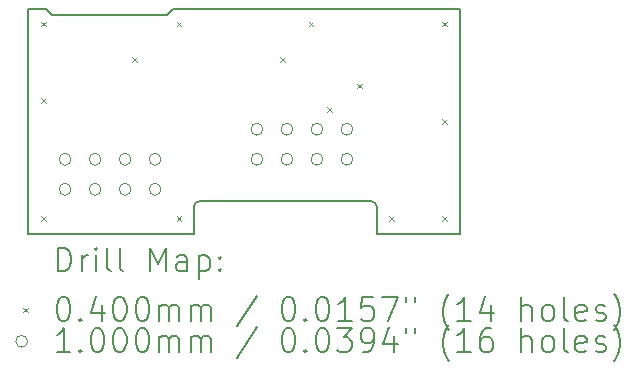
<source format=gbr>
%FSLAX45Y45*%
G04 Gerber Fmt 4.5, Leading zero omitted, Abs format (unit mm)*
G04 Created by KiCad (PCBNEW (6.0.1)) date 2024-03-07 18:12:03*
%MOMM*%
%LPD*%
G01*
G04 APERTURE LIST*
%TA.AperFunction,Profile*%
%ADD10C,0.150000*%
%TD*%
%ADD11C,0.200000*%
%ADD12C,0.040000*%
%ADD13C,0.100000*%
G04 APERTURE END LIST*
D10*
X8806429Y-12000000D02*
X7406429Y-12000000D01*
X10356429Y-11775000D02*
X10356429Y-12000000D01*
X11056429Y-10100000D02*
X11056429Y-12000000D01*
X8856429Y-11725000D02*
G75*
G03*
X8806429Y-11775000I0J-50000D01*
G01*
X10356429Y-11775000D02*
G75*
G03*
X10306429Y-11725000I-50000J0D01*
G01*
X7556429Y-10100000D02*
X7606429Y-10150000D01*
X7606429Y-10150000D02*
X8581429Y-10150000D01*
X7406429Y-12000000D02*
X7406429Y-10100000D01*
X10356429Y-12000000D02*
X11056429Y-12000000D01*
X8631429Y-10100000D02*
X11056429Y-10100000D01*
X10306429Y-11725000D02*
X8856429Y-11725000D01*
X8581429Y-10150000D02*
X8631429Y-10100000D01*
X7406429Y-10100000D02*
X7556429Y-10100000D01*
X8806429Y-11775000D02*
X8806429Y-12000000D01*
D11*
D12*
X7511429Y-10205000D02*
X7551429Y-10245000D01*
X7551429Y-10205000D02*
X7511429Y-10245000D01*
X7511429Y-10855000D02*
X7551429Y-10895000D01*
X7551429Y-10855000D02*
X7511429Y-10895000D01*
X7511429Y-11855000D02*
X7551429Y-11895000D01*
X7551429Y-11855000D02*
X7511429Y-11895000D01*
X8286429Y-10505000D02*
X8326429Y-10545000D01*
X8326429Y-10505000D02*
X8286429Y-10545000D01*
X8661429Y-10205000D02*
X8701429Y-10245000D01*
X8701429Y-10205000D02*
X8661429Y-10245000D01*
X8661429Y-11855000D02*
X8701429Y-11895000D01*
X8701429Y-11855000D02*
X8661429Y-11895000D01*
X9536429Y-10505000D02*
X9576429Y-10545000D01*
X9576429Y-10505000D02*
X9536429Y-10545000D01*
X9778829Y-10205000D02*
X9818829Y-10245000D01*
X9818829Y-10205000D02*
X9778829Y-10245000D01*
X9936429Y-10930000D02*
X9976429Y-10970000D01*
X9976429Y-10930000D02*
X9936429Y-10970000D01*
X10186429Y-10730000D02*
X10226429Y-10770000D01*
X10226429Y-10730000D02*
X10186429Y-10770000D01*
X10461429Y-11855000D02*
X10501429Y-11895000D01*
X10501429Y-11855000D02*
X10461429Y-11895000D01*
X10911429Y-10205000D02*
X10951429Y-10245000D01*
X10951429Y-10205000D02*
X10911429Y-10245000D01*
X10911429Y-11030000D02*
X10951429Y-11070000D01*
X10951429Y-11030000D02*
X10911429Y-11070000D01*
X10911429Y-11855000D02*
X10951429Y-11895000D01*
X10951429Y-11855000D02*
X10911429Y-11895000D01*
D13*
X7766029Y-11371000D02*
G75*
G03*
X7766029Y-11371000I-50000J0D01*
G01*
X7766029Y-11625000D02*
G75*
G03*
X7766029Y-11625000I-50000J0D01*
G01*
X8020029Y-11371000D02*
G75*
G03*
X8020029Y-11371000I-50000J0D01*
G01*
X8020029Y-11625000D02*
G75*
G03*
X8020029Y-11625000I-50000J0D01*
G01*
X8274029Y-11371000D02*
G75*
G03*
X8274029Y-11371000I-50000J0D01*
G01*
X8274029Y-11625000D02*
G75*
G03*
X8274029Y-11625000I-50000J0D01*
G01*
X8528029Y-11371000D02*
G75*
G03*
X8528029Y-11371000I-50000J0D01*
G01*
X8528029Y-11625000D02*
G75*
G03*
X8528029Y-11625000I-50000J0D01*
G01*
X9390629Y-11116500D02*
G75*
G03*
X9390629Y-11116500I-50000J0D01*
G01*
X9390629Y-11370500D02*
G75*
G03*
X9390629Y-11370500I-50000J0D01*
G01*
X9644629Y-11116500D02*
G75*
G03*
X9644629Y-11116500I-50000J0D01*
G01*
X9644629Y-11370500D02*
G75*
G03*
X9644629Y-11370500I-50000J0D01*
G01*
X9898629Y-11116500D02*
G75*
G03*
X9898629Y-11116500I-50000J0D01*
G01*
X9898629Y-11370500D02*
G75*
G03*
X9898629Y-11370500I-50000J0D01*
G01*
X10152629Y-11116500D02*
G75*
G03*
X10152629Y-11116500I-50000J0D01*
G01*
X10152629Y-11370500D02*
G75*
G03*
X10152629Y-11370500I-50000J0D01*
G01*
D11*
X7656548Y-12317976D02*
X7656548Y-12117976D01*
X7704167Y-12117976D01*
X7732738Y-12127500D01*
X7751786Y-12146548D01*
X7761309Y-12165595D01*
X7770833Y-12203690D01*
X7770833Y-12232262D01*
X7761309Y-12270357D01*
X7751786Y-12289405D01*
X7732738Y-12308452D01*
X7704167Y-12317976D01*
X7656548Y-12317976D01*
X7856548Y-12317976D02*
X7856548Y-12184643D01*
X7856548Y-12222738D02*
X7866071Y-12203690D01*
X7875595Y-12194167D01*
X7894643Y-12184643D01*
X7913690Y-12184643D01*
X7980357Y-12317976D02*
X7980357Y-12184643D01*
X7980357Y-12117976D02*
X7970833Y-12127500D01*
X7980357Y-12137024D01*
X7989881Y-12127500D01*
X7980357Y-12117976D01*
X7980357Y-12137024D01*
X8104167Y-12317976D02*
X8085119Y-12308452D01*
X8075595Y-12289405D01*
X8075595Y-12117976D01*
X8208929Y-12317976D02*
X8189881Y-12308452D01*
X8180357Y-12289405D01*
X8180357Y-12117976D01*
X8437500Y-12317976D02*
X8437500Y-12117976D01*
X8504167Y-12260833D01*
X8570833Y-12117976D01*
X8570833Y-12317976D01*
X8751786Y-12317976D02*
X8751786Y-12213214D01*
X8742262Y-12194167D01*
X8723214Y-12184643D01*
X8685119Y-12184643D01*
X8666071Y-12194167D01*
X8751786Y-12308452D02*
X8732738Y-12317976D01*
X8685119Y-12317976D01*
X8666071Y-12308452D01*
X8656548Y-12289405D01*
X8656548Y-12270357D01*
X8666071Y-12251309D01*
X8685119Y-12241786D01*
X8732738Y-12241786D01*
X8751786Y-12232262D01*
X8847024Y-12184643D02*
X8847024Y-12384643D01*
X8847024Y-12194167D02*
X8866071Y-12184643D01*
X8904167Y-12184643D01*
X8923214Y-12194167D01*
X8932738Y-12203690D01*
X8942262Y-12222738D01*
X8942262Y-12279881D01*
X8932738Y-12298928D01*
X8923214Y-12308452D01*
X8904167Y-12317976D01*
X8866071Y-12317976D01*
X8847024Y-12308452D01*
X9027976Y-12298928D02*
X9037500Y-12308452D01*
X9027976Y-12317976D01*
X9018452Y-12308452D01*
X9027976Y-12298928D01*
X9027976Y-12317976D01*
X9027976Y-12194167D02*
X9037500Y-12203690D01*
X9027976Y-12213214D01*
X9018452Y-12203690D01*
X9027976Y-12194167D01*
X9027976Y-12213214D01*
D12*
X7358929Y-12627500D02*
X7398929Y-12667500D01*
X7398929Y-12627500D02*
X7358929Y-12667500D01*
D11*
X7694643Y-12537976D02*
X7713690Y-12537976D01*
X7732738Y-12547500D01*
X7742262Y-12557024D01*
X7751786Y-12576071D01*
X7761309Y-12614167D01*
X7761309Y-12661786D01*
X7751786Y-12699881D01*
X7742262Y-12718928D01*
X7732738Y-12728452D01*
X7713690Y-12737976D01*
X7694643Y-12737976D01*
X7675595Y-12728452D01*
X7666071Y-12718928D01*
X7656548Y-12699881D01*
X7647024Y-12661786D01*
X7647024Y-12614167D01*
X7656548Y-12576071D01*
X7666071Y-12557024D01*
X7675595Y-12547500D01*
X7694643Y-12537976D01*
X7847024Y-12718928D02*
X7856548Y-12728452D01*
X7847024Y-12737976D01*
X7837500Y-12728452D01*
X7847024Y-12718928D01*
X7847024Y-12737976D01*
X8027976Y-12604643D02*
X8027976Y-12737976D01*
X7980357Y-12528452D02*
X7932738Y-12671309D01*
X8056548Y-12671309D01*
X8170833Y-12537976D02*
X8189881Y-12537976D01*
X8208929Y-12547500D01*
X8218452Y-12557024D01*
X8227976Y-12576071D01*
X8237500Y-12614167D01*
X8237500Y-12661786D01*
X8227976Y-12699881D01*
X8218452Y-12718928D01*
X8208929Y-12728452D01*
X8189881Y-12737976D01*
X8170833Y-12737976D01*
X8151786Y-12728452D01*
X8142262Y-12718928D01*
X8132738Y-12699881D01*
X8123214Y-12661786D01*
X8123214Y-12614167D01*
X8132738Y-12576071D01*
X8142262Y-12557024D01*
X8151786Y-12547500D01*
X8170833Y-12537976D01*
X8361309Y-12537976D02*
X8380357Y-12537976D01*
X8399405Y-12547500D01*
X8408929Y-12557024D01*
X8418452Y-12576071D01*
X8427976Y-12614167D01*
X8427976Y-12661786D01*
X8418452Y-12699881D01*
X8408929Y-12718928D01*
X8399405Y-12728452D01*
X8380357Y-12737976D01*
X8361309Y-12737976D01*
X8342262Y-12728452D01*
X8332738Y-12718928D01*
X8323214Y-12699881D01*
X8313690Y-12661786D01*
X8313690Y-12614167D01*
X8323214Y-12576071D01*
X8332738Y-12557024D01*
X8342262Y-12547500D01*
X8361309Y-12537976D01*
X8513691Y-12737976D02*
X8513691Y-12604643D01*
X8513691Y-12623690D02*
X8523214Y-12614167D01*
X8542262Y-12604643D01*
X8570833Y-12604643D01*
X8589881Y-12614167D01*
X8599405Y-12633214D01*
X8599405Y-12737976D01*
X8599405Y-12633214D02*
X8608929Y-12614167D01*
X8627976Y-12604643D01*
X8656548Y-12604643D01*
X8675595Y-12614167D01*
X8685119Y-12633214D01*
X8685119Y-12737976D01*
X8780357Y-12737976D02*
X8780357Y-12604643D01*
X8780357Y-12623690D02*
X8789881Y-12614167D01*
X8808929Y-12604643D01*
X8837500Y-12604643D01*
X8856548Y-12614167D01*
X8866071Y-12633214D01*
X8866071Y-12737976D01*
X8866071Y-12633214D02*
X8875595Y-12614167D01*
X8894643Y-12604643D01*
X8923214Y-12604643D01*
X8942262Y-12614167D01*
X8951786Y-12633214D01*
X8951786Y-12737976D01*
X9342262Y-12528452D02*
X9170833Y-12785595D01*
X9599405Y-12537976D02*
X9618452Y-12537976D01*
X9637500Y-12547500D01*
X9647024Y-12557024D01*
X9656548Y-12576071D01*
X9666071Y-12614167D01*
X9666071Y-12661786D01*
X9656548Y-12699881D01*
X9647024Y-12718928D01*
X9637500Y-12728452D01*
X9618452Y-12737976D01*
X9599405Y-12737976D01*
X9580357Y-12728452D01*
X9570833Y-12718928D01*
X9561310Y-12699881D01*
X9551786Y-12661786D01*
X9551786Y-12614167D01*
X9561310Y-12576071D01*
X9570833Y-12557024D01*
X9580357Y-12547500D01*
X9599405Y-12537976D01*
X9751786Y-12718928D02*
X9761310Y-12728452D01*
X9751786Y-12737976D01*
X9742262Y-12728452D01*
X9751786Y-12718928D01*
X9751786Y-12737976D01*
X9885119Y-12537976D02*
X9904167Y-12537976D01*
X9923214Y-12547500D01*
X9932738Y-12557024D01*
X9942262Y-12576071D01*
X9951786Y-12614167D01*
X9951786Y-12661786D01*
X9942262Y-12699881D01*
X9932738Y-12718928D01*
X9923214Y-12728452D01*
X9904167Y-12737976D01*
X9885119Y-12737976D01*
X9866071Y-12728452D01*
X9856548Y-12718928D01*
X9847024Y-12699881D01*
X9837500Y-12661786D01*
X9837500Y-12614167D01*
X9847024Y-12576071D01*
X9856548Y-12557024D01*
X9866071Y-12547500D01*
X9885119Y-12537976D01*
X10142262Y-12737976D02*
X10027976Y-12737976D01*
X10085119Y-12737976D02*
X10085119Y-12537976D01*
X10066071Y-12566548D01*
X10047024Y-12585595D01*
X10027976Y-12595119D01*
X10323214Y-12537976D02*
X10227976Y-12537976D01*
X10218452Y-12633214D01*
X10227976Y-12623690D01*
X10247024Y-12614167D01*
X10294643Y-12614167D01*
X10313691Y-12623690D01*
X10323214Y-12633214D01*
X10332738Y-12652262D01*
X10332738Y-12699881D01*
X10323214Y-12718928D01*
X10313691Y-12728452D01*
X10294643Y-12737976D01*
X10247024Y-12737976D01*
X10227976Y-12728452D01*
X10218452Y-12718928D01*
X10399405Y-12537976D02*
X10532738Y-12537976D01*
X10447024Y-12737976D01*
X10599405Y-12537976D02*
X10599405Y-12576071D01*
X10675595Y-12537976D02*
X10675595Y-12576071D01*
X10970833Y-12814167D02*
X10961310Y-12804643D01*
X10942262Y-12776071D01*
X10932738Y-12757024D01*
X10923214Y-12728452D01*
X10913691Y-12680833D01*
X10913691Y-12642738D01*
X10923214Y-12595119D01*
X10932738Y-12566548D01*
X10942262Y-12547500D01*
X10961310Y-12518928D01*
X10970833Y-12509405D01*
X11151786Y-12737976D02*
X11037500Y-12737976D01*
X11094643Y-12737976D02*
X11094643Y-12537976D01*
X11075595Y-12566548D01*
X11056548Y-12585595D01*
X11037500Y-12595119D01*
X11323214Y-12604643D02*
X11323214Y-12737976D01*
X11275595Y-12528452D02*
X11227976Y-12671309D01*
X11351786Y-12671309D01*
X11580357Y-12737976D02*
X11580357Y-12537976D01*
X11666071Y-12737976D02*
X11666071Y-12633214D01*
X11656548Y-12614167D01*
X11637500Y-12604643D01*
X11608928Y-12604643D01*
X11589881Y-12614167D01*
X11580357Y-12623690D01*
X11789881Y-12737976D02*
X11770833Y-12728452D01*
X11761309Y-12718928D01*
X11751786Y-12699881D01*
X11751786Y-12642738D01*
X11761309Y-12623690D01*
X11770833Y-12614167D01*
X11789881Y-12604643D01*
X11818452Y-12604643D01*
X11837500Y-12614167D01*
X11847024Y-12623690D01*
X11856548Y-12642738D01*
X11856548Y-12699881D01*
X11847024Y-12718928D01*
X11837500Y-12728452D01*
X11818452Y-12737976D01*
X11789881Y-12737976D01*
X11970833Y-12737976D02*
X11951786Y-12728452D01*
X11942262Y-12709405D01*
X11942262Y-12537976D01*
X12123214Y-12728452D02*
X12104167Y-12737976D01*
X12066071Y-12737976D01*
X12047024Y-12728452D01*
X12037500Y-12709405D01*
X12037500Y-12633214D01*
X12047024Y-12614167D01*
X12066071Y-12604643D01*
X12104167Y-12604643D01*
X12123214Y-12614167D01*
X12132738Y-12633214D01*
X12132738Y-12652262D01*
X12037500Y-12671309D01*
X12208928Y-12728452D02*
X12227976Y-12737976D01*
X12266071Y-12737976D01*
X12285119Y-12728452D01*
X12294643Y-12709405D01*
X12294643Y-12699881D01*
X12285119Y-12680833D01*
X12266071Y-12671309D01*
X12237500Y-12671309D01*
X12218452Y-12661786D01*
X12208928Y-12642738D01*
X12208928Y-12633214D01*
X12218452Y-12614167D01*
X12237500Y-12604643D01*
X12266071Y-12604643D01*
X12285119Y-12614167D01*
X12361309Y-12814167D02*
X12370833Y-12804643D01*
X12389881Y-12776071D01*
X12399405Y-12757024D01*
X12408928Y-12728452D01*
X12418452Y-12680833D01*
X12418452Y-12642738D01*
X12408928Y-12595119D01*
X12399405Y-12566548D01*
X12389881Y-12547500D01*
X12370833Y-12518928D01*
X12361309Y-12509405D01*
D13*
X7398929Y-12911500D02*
G75*
G03*
X7398929Y-12911500I-50000J0D01*
G01*
D11*
X7761309Y-13001976D02*
X7647024Y-13001976D01*
X7704167Y-13001976D02*
X7704167Y-12801976D01*
X7685119Y-12830548D01*
X7666071Y-12849595D01*
X7647024Y-12859119D01*
X7847024Y-12982928D02*
X7856548Y-12992452D01*
X7847024Y-13001976D01*
X7837500Y-12992452D01*
X7847024Y-12982928D01*
X7847024Y-13001976D01*
X7980357Y-12801976D02*
X7999405Y-12801976D01*
X8018452Y-12811500D01*
X8027976Y-12821024D01*
X8037500Y-12840071D01*
X8047024Y-12878167D01*
X8047024Y-12925786D01*
X8037500Y-12963881D01*
X8027976Y-12982928D01*
X8018452Y-12992452D01*
X7999405Y-13001976D01*
X7980357Y-13001976D01*
X7961309Y-12992452D01*
X7951786Y-12982928D01*
X7942262Y-12963881D01*
X7932738Y-12925786D01*
X7932738Y-12878167D01*
X7942262Y-12840071D01*
X7951786Y-12821024D01*
X7961309Y-12811500D01*
X7980357Y-12801976D01*
X8170833Y-12801976D02*
X8189881Y-12801976D01*
X8208929Y-12811500D01*
X8218452Y-12821024D01*
X8227976Y-12840071D01*
X8237500Y-12878167D01*
X8237500Y-12925786D01*
X8227976Y-12963881D01*
X8218452Y-12982928D01*
X8208929Y-12992452D01*
X8189881Y-13001976D01*
X8170833Y-13001976D01*
X8151786Y-12992452D01*
X8142262Y-12982928D01*
X8132738Y-12963881D01*
X8123214Y-12925786D01*
X8123214Y-12878167D01*
X8132738Y-12840071D01*
X8142262Y-12821024D01*
X8151786Y-12811500D01*
X8170833Y-12801976D01*
X8361309Y-12801976D02*
X8380357Y-12801976D01*
X8399405Y-12811500D01*
X8408929Y-12821024D01*
X8418452Y-12840071D01*
X8427976Y-12878167D01*
X8427976Y-12925786D01*
X8418452Y-12963881D01*
X8408929Y-12982928D01*
X8399405Y-12992452D01*
X8380357Y-13001976D01*
X8361309Y-13001976D01*
X8342262Y-12992452D01*
X8332738Y-12982928D01*
X8323214Y-12963881D01*
X8313690Y-12925786D01*
X8313690Y-12878167D01*
X8323214Y-12840071D01*
X8332738Y-12821024D01*
X8342262Y-12811500D01*
X8361309Y-12801976D01*
X8513691Y-13001976D02*
X8513691Y-12868643D01*
X8513691Y-12887690D02*
X8523214Y-12878167D01*
X8542262Y-12868643D01*
X8570833Y-12868643D01*
X8589881Y-12878167D01*
X8599405Y-12897214D01*
X8599405Y-13001976D01*
X8599405Y-12897214D02*
X8608929Y-12878167D01*
X8627976Y-12868643D01*
X8656548Y-12868643D01*
X8675595Y-12878167D01*
X8685119Y-12897214D01*
X8685119Y-13001976D01*
X8780357Y-13001976D02*
X8780357Y-12868643D01*
X8780357Y-12887690D02*
X8789881Y-12878167D01*
X8808929Y-12868643D01*
X8837500Y-12868643D01*
X8856548Y-12878167D01*
X8866071Y-12897214D01*
X8866071Y-13001976D01*
X8866071Y-12897214D02*
X8875595Y-12878167D01*
X8894643Y-12868643D01*
X8923214Y-12868643D01*
X8942262Y-12878167D01*
X8951786Y-12897214D01*
X8951786Y-13001976D01*
X9342262Y-12792452D02*
X9170833Y-13049595D01*
X9599405Y-12801976D02*
X9618452Y-12801976D01*
X9637500Y-12811500D01*
X9647024Y-12821024D01*
X9656548Y-12840071D01*
X9666071Y-12878167D01*
X9666071Y-12925786D01*
X9656548Y-12963881D01*
X9647024Y-12982928D01*
X9637500Y-12992452D01*
X9618452Y-13001976D01*
X9599405Y-13001976D01*
X9580357Y-12992452D01*
X9570833Y-12982928D01*
X9561310Y-12963881D01*
X9551786Y-12925786D01*
X9551786Y-12878167D01*
X9561310Y-12840071D01*
X9570833Y-12821024D01*
X9580357Y-12811500D01*
X9599405Y-12801976D01*
X9751786Y-12982928D02*
X9761310Y-12992452D01*
X9751786Y-13001976D01*
X9742262Y-12992452D01*
X9751786Y-12982928D01*
X9751786Y-13001976D01*
X9885119Y-12801976D02*
X9904167Y-12801976D01*
X9923214Y-12811500D01*
X9932738Y-12821024D01*
X9942262Y-12840071D01*
X9951786Y-12878167D01*
X9951786Y-12925786D01*
X9942262Y-12963881D01*
X9932738Y-12982928D01*
X9923214Y-12992452D01*
X9904167Y-13001976D01*
X9885119Y-13001976D01*
X9866071Y-12992452D01*
X9856548Y-12982928D01*
X9847024Y-12963881D01*
X9837500Y-12925786D01*
X9837500Y-12878167D01*
X9847024Y-12840071D01*
X9856548Y-12821024D01*
X9866071Y-12811500D01*
X9885119Y-12801976D01*
X10018452Y-12801976D02*
X10142262Y-12801976D01*
X10075595Y-12878167D01*
X10104167Y-12878167D01*
X10123214Y-12887690D01*
X10132738Y-12897214D01*
X10142262Y-12916262D01*
X10142262Y-12963881D01*
X10132738Y-12982928D01*
X10123214Y-12992452D01*
X10104167Y-13001976D01*
X10047024Y-13001976D01*
X10027976Y-12992452D01*
X10018452Y-12982928D01*
X10237500Y-13001976D02*
X10275595Y-13001976D01*
X10294643Y-12992452D01*
X10304167Y-12982928D01*
X10323214Y-12954357D01*
X10332738Y-12916262D01*
X10332738Y-12840071D01*
X10323214Y-12821024D01*
X10313691Y-12811500D01*
X10294643Y-12801976D01*
X10256548Y-12801976D01*
X10237500Y-12811500D01*
X10227976Y-12821024D01*
X10218452Y-12840071D01*
X10218452Y-12887690D01*
X10227976Y-12906738D01*
X10237500Y-12916262D01*
X10256548Y-12925786D01*
X10294643Y-12925786D01*
X10313691Y-12916262D01*
X10323214Y-12906738D01*
X10332738Y-12887690D01*
X10504167Y-12868643D02*
X10504167Y-13001976D01*
X10456548Y-12792452D02*
X10408929Y-12935309D01*
X10532738Y-12935309D01*
X10599405Y-12801976D02*
X10599405Y-12840071D01*
X10675595Y-12801976D02*
X10675595Y-12840071D01*
X10970833Y-13078167D02*
X10961310Y-13068643D01*
X10942262Y-13040071D01*
X10932738Y-13021024D01*
X10923214Y-12992452D01*
X10913691Y-12944833D01*
X10913691Y-12906738D01*
X10923214Y-12859119D01*
X10932738Y-12830548D01*
X10942262Y-12811500D01*
X10961310Y-12782928D01*
X10970833Y-12773405D01*
X11151786Y-13001976D02*
X11037500Y-13001976D01*
X11094643Y-13001976D02*
X11094643Y-12801976D01*
X11075595Y-12830548D01*
X11056548Y-12849595D01*
X11037500Y-12859119D01*
X11323214Y-12801976D02*
X11285119Y-12801976D01*
X11266071Y-12811500D01*
X11256548Y-12821024D01*
X11237500Y-12849595D01*
X11227976Y-12887690D01*
X11227976Y-12963881D01*
X11237500Y-12982928D01*
X11247024Y-12992452D01*
X11266071Y-13001976D01*
X11304167Y-13001976D01*
X11323214Y-12992452D01*
X11332738Y-12982928D01*
X11342262Y-12963881D01*
X11342262Y-12916262D01*
X11332738Y-12897214D01*
X11323214Y-12887690D01*
X11304167Y-12878167D01*
X11266071Y-12878167D01*
X11247024Y-12887690D01*
X11237500Y-12897214D01*
X11227976Y-12916262D01*
X11580357Y-13001976D02*
X11580357Y-12801976D01*
X11666071Y-13001976D02*
X11666071Y-12897214D01*
X11656548Y-12878167D01*
X11637500Y-12868643D01*
X11608928Y-12868643D01*
X11589881Y-12878167D01*
X11580357Y-12887690D01*
X11789881Y-13001976D02*
X11770833Y-12992452D01*
X11761309Y-12982928D01*
X11751786Y-12963881D01*
X11751786Y-12906738D01*
X11761309Y-12887690D01*
X11770833Y-12878167D01*
X11789881Y-12868643D01*
X11818452Y-12868643D01*
X11837500Y-12878167D01*
X11847024Y-12887690D01*
X11856548Y-12906738D01*
X11856548Y-12963881D01*
X11847024Y-12982928D01*
X11837500Y-12992452D01*
X11818452Y-13001976D01*
X11789881Y-13001976D01*
X11970833Y-13001976D02*
X11951786Y-12992452D01*
X11942262Y-12973405D01*
X11942262Y-12801976D01*
X12123214Y-12992452D02*
X12104167Y-13001976D01*
X12066071Y-13001976D01*
X12047024Y-12992452D01*
X12037500Y-12973405D01*
X12037500Y-12897214D01*
X12047024Y-12878167D01*
X12066071Y-12868643D01*
X12104167Y-12868643D01*
X12123214Y-12878167D01*
X12132738Y-12897214D01*
X12132738Y-12916262D01*
X12037500Y-12935309D01*
X12208928Y-12992452D02*
X12227976Y-13001976D01*
X12266071Y-13001976D01*
X12285119Y-12992452D01*
X12294643Y-12973405D01*
X12294643Y-12963881D01*
X12285119Y-12944833D01*
X12266071Y-12935309D01*
X12237500Y-12935309D01*
X12218452Y-12925786D01*
X12208928Y-12906738D01*
X12208928Y-12897214D01*
X12218452Y-12878167D01*
X12237500Y-12868643D01*
X12266071Y-12868643D01*
X12285119Y-12878167D01*
X12361309Y-13078167D02*
X12370833Y-13068643D01*
X12389881Y-13040071D01*
X12399405Y-13021024D01*
X12408928Y-12992452D01*
X12418452Y-12944833D01*
X12418452Y-12906738D01*
X12408928Y-12859119D01*
X12399405Y-12830548D01*
X12389881Y-12811500D01*
X12370833Y-12782928D01*
X12361309Y-12773405D01*
M02*

</source>
